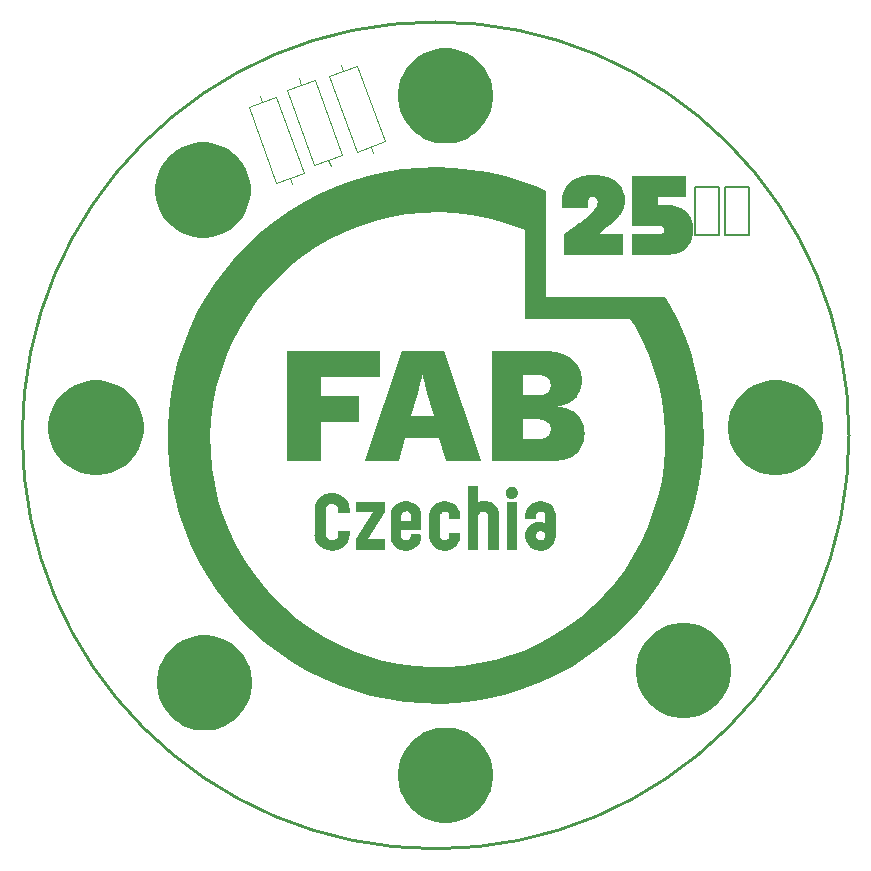
<source format=gto>
G04*
G04 #@! TF.GenerationSoftware,Altium Limited,Altium Designer,25.0.2 (28)*
G04*
G04 Layer_Color=65535*
%FSLAX25Y25*%
%MOIN*%
G70*
G04*
G04 #@! TF.SameCoordinates,12EFF0D5-E88D-419E-9C59-EC29542AE5DB*
G04*
G04*
G04 #@! TF.FilePolarity,Positive*
G04*
G01*
G75*
%ADD10C,0.00787*%
%ADD11C,0.00394*%
%ADD12C,0.00591*%
%ADD13C,0.01000*%
G36*
X144167Y266589D02*
X146176Y266051D01*
X148098Y265255D01*
X149899Y264215D01*
X151549Y262948D01*
X153020Y261477D01*
X154286Y259827D01*
X155326Y258026D01*
X156122Y256104D01*
X156661Y254095D01*
X156932Y252033D01*
X156932Y250993D01*
X156932Y249953D01*
X156661Y247891D01*
X156122Y245882D01*
X155326Y243960D01*
X154286Y242159D01*
X153020Y240508D01*
X151549Y239038D01*
X149899Y237771D01*
X148098Y236731D01*
X146176Y235935D01*
X144167Y235397D01*
X142105Y235126D01*
X141065Y235126D01*
X141065D01*
X140025Y235126D01*
X137962Y235397D01*
X135953Y235935D01*
X134032Y236731D01*
X132230Y237771D01*
X130580Y239038D01*
X129109Y240508D01*
X127843Y242159D01*
X126803Y243960D01*
X126007Y245882D01*
X125469Y247891D01*
X125197Y249953D01*
X125197Y250993D01*
X125197Y252033D01*
X125469Y254095D01*
X126007Y256104D01*
X126803Y258026D01*
X127843Y259827D01*
X129109Y261477D01*
X130580Y262948D01*
X132230Y264215D01*
X134032Y265255D01*
X135953Y266051D01*
X137962Y266589D01*
X140025Y266860D01*
X141065Y266860D01*
X142105Y266860D01*
X144167Y266589D01*
D02*
G37*
G36*
X191486Y224557D02*
X192372Y224475D01*
X193252Y224349D01*
X193688Y224265D01*
X193688Y224265D01*
X193887Y224225D01*
X194282Y224134D01*
X194673Y224031D01*
X195062Y223915D01*
X195254Y223852D01*
X195435Y223792D01*
X195793Y223658D01*
X196145Y223512D01*
X196492Y223354D01*
X196663Y223268D01*
X196825Y223186D01*
X197142Y223010D01*
X197452Y222820D01*
X197753Y222618D01*
X197900Y222511D01*
X198041Y222407D01*
X198314Y222185D01*
X198577Y221952D01*
X198828Y221706D01*
X198948Y221577D01*
X198948Y221577D01*
X199317Y221174D01*
X199928Y220266D01*
X200399Y219278D01*
X200718Y218231D01*
X200799Y217690D01*
X200832Y217483D01*
X200882Y217067D01*
X200916Y216649D01*
X200931Y216231D01*
X200931Y216021D01*
X200930Y215702D01*
X200868Y215065D01*
X200745Y214438D01*
X200563Y213825D01*
X200443Y213528D01*
X200383Y213380D01*
X200252Y213087D01*
X200110Y212800D01*
X199957Y212519D01*
X199875Y212381D01*
X199790Y212238D01*
X199612Y211959D01*
X199425Y211684D01*
X199230Y211416D01*
X199129Y211284D01*
X199023Y211147D01*
X198805Y210878D01*
X198581Y210614D01*
X198350Y210354D01*
X198232Y210227D01*
X198109Y210095D01*
X197858Y209833D01*
X197604Y209576D01*
X197345Y209323D01*
X197213Y209198D01*
X197213D01*
X197077Y209069D01*
X196801Y208813D01*
X196523Y208560D01*
X196242Y208309D01*
X196100Y208186D01*
X195954Y208058D01*
X195660Y207805D01*
X195365Y207553D01*
X195069Y207303D01*
X194920Y207178D01*
X194920Y207178D01*
X193702Y206165D01*
X192474Y205133D01*
Y204945D01*
X200257D01*
Y198021D01*
X180613D01*
X180536Y204945D01*
X183975Y207377D01*
X185569Y208531D01*
X185755Y208668D01*
X186126Y208944D01*
X186494Y209223D01*
X186861Y209504D01*
X187043Y209646D01*
X187211Y209777D01*
X187545Y210043D01*
X187876Y210312D01*
X188204Y210585D01*
X188367Y210723D01*
X188514Y210848D01*
X188805Y211104D01*
X189092Y211364D01*
X189375Y211628D01*
X189514Y211762D01*
Y211762D01*
X189637Y211883D01*
X189879Y212128D01*
X190114Y212379D01*
X190343Y212635D01*
X190456Y212766D01*
X190552Y212881D01*
X190738Y213117D01*
X190915Y213359D01*
X191083Y213608D01*
X191163Y213735D01*
X191230Y213846D01*
X191355Y214073D01*
X191466Y214307D01*
X191564Y214548D01*
X191608Y214670D01*
X191608D01*
X191643Y214779D01*
X191700Y215002D01*
X191739Y215228D01*
X191759Y215457D01*
X191763Y215572D01*
X191762Y215644D01*
X191753Y215787D01*
X191735Y215930D01*
X191706Y216070D01*
X191689Y216140D01*
X191680Y216172D01*
X191659Y216236D01*
X191637Y216298D01*
X191612Y216360D01*
X191599Y216391D01*
X191572Y216448D01*
X191512Y216560D01*
X191442Y216666D01*
X191365Y216766D01*
X191323Y216813D01*
X191232Y216903D01*
X191029Y217057D01*
X190803Y217174D01*
X190560Y217251D01*
X190435Y217274D01*
X190400Y217279D01*
X190330Y217287D01*
X190259Y217292D01*
X190189Y217295D01*
X190153Y217295D01*
Y217295D01*
X190080Y217295D01*
X189933Y217285D01*
X189788Y217265D01*
X189644Y217233D01*
X189574Y217213D01*
X189543Y217203D01*
X189482Y217181D01*
X189423Y217156D01*
X189365Y217129D01*
X189336Y217114D01*
X189231Y217052D01*
X189042Y216899D01*
X188883Y216714D01*
X188761Y216504D01*
X188716Y216391D01*
X188704Y216360D01*
X188683Y216298D01*
X188664Y216235D01*
X188648Y216172D01*
X188640Y216140D01*
X188633Y216106D01*
X188620Y216038D01*
X188609Y215970D01*
X188599Y215901D01*
X188596Y215866D01*
X188592Y215830D01*
X188586Y215756D01*
X188583Y215683D01*
X188581Y215609D01*
X188581Y215572D01*
Y215572D01*
Y215572D01*
D01*
X188581Y213479D01*
X179788D01*
Y215612D01*
X179782Y216152D01*
X179899Y217227D01*
X180143Y218280D01*
X180511Y219296D01*
X180754Y219779D01*
X181091Y220421D01*
X181978Y221570D01*
X183049Y222549D01*
X184274Y223328D01*
X184944Y223607D01*
X185131Y223688D01*
X185513Y223837D01*
X185899Y223971D01*
X186291Y224091D01*
X186488Y224143D01*
X186703Y224200D01*
X187134Y224298D01*
X187569Y224381D01*
X188006Y224450D01*
X188226Y224477D01*
Y224477D01*
X188466Y224506D01*
X188947Y224550D01*
X189429Y224579D01*
X189912Y224592D01*
X190153Y224592D01*
X190598Y224595D01*
X191486Y224557D01*
D02*
G37*
G36*
X61293Y235443D02*
X63355Y235172D01*
X65364Y234633D01*
X67286Y233837D01*
X69087Y232797D01*
X70737Y231531D01*
X71473Y230795D01*
X72208Y230060D01*
X73474Y228410D01*
X74515Y226609D01*
X75311Y224687D01*
X75849Y222678D01*
X76121Y220615D01*
X76121Y218535D01*
X75849Y216473D01*
X75311Y214464D01*
X74515Y212542D01*
X73474Y210741D01*
X72208Y209091D01*
X71473Y208355D01*
X70737Y207620D01*
X69087Y206354D01*
X67286Y205313D01*
X65364Y204517D01*
X63355Y203979D01*
X61293Y203707D01*
X59212Y203707D01*
X57150Y203979D01*
X55141Y204517D01*
X53219Y205313D01*
X51418Y206354D01*
X49768Y207620D01*
X49033Y208355D01*
X48297Y209091D01*
X47031Y210741D01*
X45991Y212542D01*
X45195Y214464D01*
X44656Y216473D01*
X44385Y218535D01*
X44385Y220615D01*
X44656Y222678D01*
X45195Y224687D01*
X45991Y226609D01*
X47031Y228410D01*
X48297Y230060D01*
X49033Y230795D01*
X49768Y231531D01*
X51418Y232797D01*
X53219Y233837D01*
X55141Y234633D01*
X57150Y235172D01*
X59212Y235443D01*
X61293Y235443D01*
D02*
G37*
G36*
X221391Y217294D02*
X212075D01*
Y214601D01*
X215104Y214601D01*
X215628Y214606D01*
X216670Y214499D01*
X217693Y214276D01*
X218685Y213940D01*
X219159Y213717D01*
X219159D01*
X219668Y213475D01*
X220605Y212851D01*
X221445Y212100D01*
X222168Y211237D01*
X222760Y210279D01*
X223210Y209246D01*
X223508Y208160D01*
X223648Y207043D01*
X223637Y206480D01*
X223640Y206114D01*
X223596Y205384D01*
X223501Y204659D01*
X223357Y203942D01*
X223260Y203589D01*
X223215Y203429D01*
X223112Y203113D01*
X222997Y202801D01*
X222869Y202494D01*
X222799Y202343D01*
X222667Y202057D01*
X222353Y201510D01*
X221992Y200993D01*
X221587Y200510D01*
X221364Y200287D01*
X221139Y200065D01*
X220651Y199661D01*
X220130Y199302D01*
X219579Y198991D01*
X219291Y198860D01*
X219138Y198790D01*
X218828Y198662D01*
X218513Y198547D01*
X218194Y198444D01*
X218032Y198400D01*
X217860Y198352D01*
X217513Y198269D01*
X217163Y198198D01*
X216811Y198141D01*
X216634Y198118D01*
Y198118D01*
X216444Y198094D01*
X216062Y198058D01*
X215679Y198034D01*
X215296Y198022D01*
X215104Y198023D01*
X203320D01*
X203280Y204944D01*
X212598D01*
X212657Y204945D01*
X212774Y204951D01*
X212890Y204963D01*
X213006Y204982D01*
X213063Y204995D01*
X213063Y204995D01*
X213089Y205001D01*
X213141Y205015D01*
X213193Y205031D01*
X213244Y205048D01*
X213269Y205058D01*
X213293Y205067D01*
X213341Y205088D01*
X213387Y205110D01*
X213433Y205134D01*
X213455Y205147D01*
X213455Y205147D01*
X213477Y205160D01*
X213519Y205187D01*
X213560Y205216D01*
X213599Y205247D01*
X213619Y205263D01*
X213675Y205315D01*
X213777Y205431D01*
X213861Y205561D01*
X213927Y205701D01*
X213952Y205774D01*
X213960Y205802D01*
X213975Y205858D01*
X213988Y205914D01*
X213998Y205972D01*
X214003Y206000D01*
X214007Y206032D01*
X214014Y206096D01*
X214018Y206159D01*
X214020Y206223D01*
X214020Y206255D01*
X214019Y206342D01*
X214000Y206514D01*
X213962Y206683D01*
X213905Y206847D01*
X213869Y206926D01*
X213787Y207068D01*
X213573Y207318D01*
X213306Y207508D01*
X213000Y207628D01*
X212839Y207660D01*
X212809Y207664D01*
X212749Y207670D01*
X212689Y207675D01*
X212629Y207677D01*
X212598Y207677D01*
X212598Y207677D01*
X203280Y207677D01*
X203354Y224218D01*
X221391D01*
Y217294D01*
D02*
G37*
G36*
X254168Y155944D02*
X256177Y155406D01*
X258099Y154610D01*
X259900Y153570D01*
X261550Y152304D01*
X263021Y150833D01*
X264287Y149183D01*
X265327Y147381D01*
X266123Y145459D01*
X266661Y143450D01*
X266933Y141388D01*
X266933Y140348D01*
Y140348D01*
X266933Y139308D01*
X266661Y137246D01*
X266123Y135237D01*
X265327Y133315D01*
X264287Y131514D01*
X263021Y129864D01*
X261550Y128393D01*
X259900Y127127D01*
X258099Y126087D01*
X256177Y125291D01*
X254168Y124752D01*
X252105Y124481D01*
X251065Y124481D01*
X251065D01*
X250025Y124481D01*
X247963Y124752D01*
X245954Y125291D01*
X244032Y126087D01*
X242231Y127127D01*
X240581Y128393D01*
X239110Y129864D01*
X237844Y131514D01*
X236804Y133315D01*
X236008Y135237D01*
X235470Y137246D01*
X235198Y139308D01*
X235198Y140348D01*
Y140348D01*
X235198Y141388D01*
X235470Y143450D01*
X236008Y145459D01*
X236804Y147381D01*
X237844Y149182D01*
X239110Y150833D01*
X240581Y152304D01*
X242231Y153570D01*
X244032Y154610D01*
X245954Y155406D01*
X247963Y155944D01*
X250025Y156216D01*
X251065Y156216D01*
X252105Y156216D01*
X254168Y155944D01*
D02*
G37*
G36*
X27702D02*
X29711Y155406D01*
X31633Y154610D01*
X33434Y153570D01*
X35085Y152304D01*
X36555Y150833D01*
X37821Y149183D01*
X38862Y147381D01*
X39658Y145459D01*
X40196Y143450D01*
X40467Y141388D01*
X40467Y140348D01*
Y140348D01*
X40467Y139308D01*
X40196Y137246D01*
X39658Y135237D01*
X38862Y133315D01*
X37821Y131514D01*
X36555Y129864D01*
X35085Y128393D01*
X33434Y127127D01*
X31633Y126087D01*
X29711Y125291D01*
X27702Y124752D01*
X25640Y124481D01*
X24600Y124481D01*
X24600D01*
X23560Y124481D01*
X21498Y124752D01*
X19489Y125291D01*
X17567Y126087D01*
X15766Y127127D01*
X14115Y128393D01*
X12644Y129864D01*
X11378Y131514D01*
X10338Y133315D01*
X9542Y135237D01*
X9004Y137246D01*
X8733Y139308D01*
X8733Y140348D01*
Y140348D01*
X8733Y141388D01*
X9004Y143450D01*
X9542Y145459D01*
X10338Y147381D01*
X11378Y149182D01*
X12644Y150833D01*
X14115Y152304D01*
X15766Y153570D01*
X17567Y154610D01*
X19489Y155406D01*
X21498Y155944D01*
X23560Y156216D01*
X24600Y156216D01*
X25640Y156216D01*
X27702Y155944D01*
D02*
G37*
G36*
X143838Y226980D02*
X149574Y226405D01*
X155261Y225462D01*
X160875Y224154D01*
X166393Y222487D01*
X171792Y220468D01*
X174421Y219286D01*
X174421Y183810D01*
X214379D01*
X215864Y181339D01*
X218508Y176217D01*
X220816Y170935D01*
X222780Y165515D01*
X224390Y159980D01*
X225640Y154353D01*
X226524Y148657D01*
X227040Y142915D01*
X227184Y137153D01*
X226957Y131393D01*
X226359Y125660D01*
X225393Y119977D01*
X224062Y114368D01*
X222373Y108856D01*
X220332Y103465D01*
X217948Y98217D01*
X215230Y93134D01*
X212191Y88236D01*
X208842Y83544D01*
X205198Y79078D01*
X201273Y74856D01*
X197084Y70895D01*
X192649Y67213D01*
X187986Y63824D01*
X183114Y60743D01*
X178053Y57983D01*
X172826Y55554D01*
X167452Y53467D01*
X161955Y51731D01*
X156358Y50353D01*
X150684Y49339D01*
X144956Y48692D01*
X139198Y48416D01*
X133434Y48512D01*
X127689Y48978D01*
X121985Y49815D01*
X116348Y51017D01*
X110799Y52580D01*
X105363Y54497D01*
X100061Y56761D01*
X94917Y59361D01*
X89951Y62288D01*
X85184Y65529D01*
X80635Y69070D01*
X76325Y72898D01*
X72270Y76995D01*
X68487Y81344D01*
X64993Y85929D01*
X61801Y90729D01*
X58926Y95725D01*
X56379Y100896D01*
X54170Y106221D01*
X52308Y111677D01*
X50803Y117241D01*
X49659Y122891D01*
X48882Y128602D01*
X48474Y134352D01*
X48438Y140117D01*
X48773Y145871D01*
X49479Y151593D01*
X50552Y157256D01*
X51988Y162839D01*
X53780Y168318D01*
X55922Y173669D01*
X58405Y178872D01*
X61217Y183903D01*
X64349Y188743D01*
X67785Y193371D01*
X71513Y197768D01*
X75516Y201916D01*
X79778Y205797D01*
X84282Y209395D01*
X89008Y212695D01*
X93937Y215684D01*
X99049Y218349D01*
X104321Y220679D01*
X109733Y222664D01*
X115261Y224297D01*
X120884Y225569D01*
X126576Y226477D01*
X132315Y227016D01*
X138077Y227184D01*
X143838Y226980D01*
D02*
G37*
G36*
X223491Y75037D02*
X225500Y74498D01*
X227421Y73702D01*
X229223Y72662D01*
X230873Y71395D01*
X231608Y70660D01*
X232344Y69925D01*
X233610Y68275D01*
X234650Y66473D01*
X235446Y64552D01*
X235985Y62542D01*
X236256Y60480D01*
X236256Y58400D01*
X235985Y56338D01*
X235446Y54329D01*
X234650Y52407D01*
X233610Y50606D01*
X232344Y48956D01*
X231608Y48220D01*
X231608D01*
X230873Y47485D01*
X229223Y46218D01*
X227421Y45178D01*
X225500Y44382D01*
X223490Y43844D01*
X221428Y43572D01*
X219348Y43572D01*
X217286Y43844D01*
X215277Y44382D01*
X213355Y45178D01*
X211554Y46218D01*
X209904Y47485D01*
X209168Y48220D01*
X208433Y48956D01*
X207166Y50606D01*
X206126Y52407D01*
X205330Y54329D01*
X204792Y56338D01*
X204520Y58400D01*
X204520Y60480D01*
X204792Y62542D01*
X205330Y64552D01*
X206126Y66473D01*
X207166Y68275D01*
X208433Y69925D01*
X209168Y70660D01*
X209904Y71395D01*
X211554Y72662D01*
X213355Y73702D01*
X215277Y74498D01*
X217286Y75037D01*
X219348Y75308D01*
X221428D01*
X223491Y75037D01*
D02*
G37*
G36*
X144167Y40123D02*
X146176Y39585D01*
X148098Y38789D01*
X149899Y37749D01*
X151549Y36483D01*
X153020Y35012D01*
X154286Y33362D01*
X155326Y31561D01*
X156122Y29639D01*
X156661Y27630D01*
X156932Y25567D01*
X156932Y24527D01*
X156932Y23487D01*
X156661Y21425D01*
X156122Y19416D01*
X155326Y17494D01*
X154286Y15693D01*
X153020Y14043D01*
X151549Y12572D01*
X149899Y11306D01*
X148098Y10266D01*
X146176Y9470D01*
X144167Y8932D01*
X142105Y8660D01*
X141065Y8660D01*
X141065D01*
X140025Y8660D01*
X137962Y8932D01*
X135953Y9470D01*
X134032Y10266D01*
X132230Y11306D01*
X130580Y12572D01*
X129109Y14043D01*
X127843Y15693D01*
X126803Y17494D01*
X126007Y19416D01*
X125469Y21425D01*
X125197Y23487D01*
X125197Y24527D01*
X125197Y25567D01*
X125469Y27630D01*
X126007Y29639D01*
X126803Y31561D01*
X127843Y33362D01*
X129109Y35012D01*
X130580Y36483D01*
X132230Y37749D01*
X134032Y38789D01*
X135953Y39585D01*
X137962Y40123D01*
X140025Y40395D01*
X141065Y40395D01*
X142105Y40395D01*
X144167Y40123D01*
D02*
G37*
G36*
X63811Y70921D02*
X65820Y70382D01*
X67742Y69586D01*
X69543Y68546D01*
X71193Y67280D01*
X71928Y66544D01*
X72664Y65809D01*
X73930Y64159D01*
X74970Y62358D01*
X75766Y60436D01*
X76305Y58427D01*
X76576Y56365D01*
X76576Y54284D01*
X76305Y52222D01*
X75766Y50213D01*
X74970Y48291D01*
X73930Y46490D01*
X72664Y44840D01*
X71928Y44104D01*
X71193Y43369D01*
X69543Y42103D01*
X67742Y41063D01*
X65820Y40266D01*
X63811Y39728D01*
X61748Y39456D01*
X59668Y39456D01*
X57606Y39728D01*
X55597Y40266D01*
X53675Y41063D01*
X51874Y42103D01*
X50224Y43369D01*
X49488Y44104D01*
X48753Y44840D01*
X47487Y46490D01*
X46446Y48291D01*
X45650Y50213D01*
X45112Y52222D01*
X44840Y54284D01*
X44840Y56365D01*
X45112Y58427D01*
X45650Y60436D01*
X46446Y62358D01*
X47487Y64159D01*
X48753Y65809D01*
X49488Y66544D01*
X50224Y67280D01*
X51874Y68546D01*
X53675Y69586D01*
X55597Y70382D01*
X57606Y70921D01*
X59668Y71192D01*
X61748Y71193D01*
X63811Y70921D01*
D02*
G37*
%LPC*%
G36*
X125197Y250993D02*
Y250993D01*
D01*
Y250993D01*
D02*
G37*
G36*
X138783Y212170D02*
X133418Y211997D01*
X128078Y211445D01*
X122790Y210517D01*
X117581Y209216D01*
X112478Y207551D01*
X107505Y205529D01*
X102687Y203159D01*
X98049Y200455D01*
X93615Y197430D01*
X89405Y194098D01*
X85442Y190477D01*
X81745Y186584D01*
X78332Y182440D01*
X75222Y178065D01*
X72428Y173480D01*
X69966Y168709D01*
X67848Y163776D01*
X66084Y158706D01*
X64684Y153523D01*
X63653Y148255D01*
X62998Y142926D01*
X62721Y137565D01*
X62825Y132197D01*
X63308Y126851D01*
X64168Y121552D01*
X65401Y116326D01*
X67001Y111202D01*
X68959Y106203D01*
X71266Y101356D01*
X73910Y96683D01*
X76878Y92210D01*
X80155Y87958D01*
X83725Y83948D01*
X87569Y80201D01*
X91669Y76736D01*
X96004Y73569D01*
X100552Y70717D01*
X105291Y68193D01*
X110196Y66012D01*
X115244Y64183D01*
X120408Y62715D01*
X125663Y61617D01*
X130982Y60893D01*
X136339Y60547D01*
X141708Y60582D01*
X147060Y60996D01*
X152370Y61788D01*
X157611Y62953D01*
X162756Y64486D01*
X167779Y66380D01*
X172656Y68624D01*
X177362Y71208D01*
X181873Y74118D01*
X186167Y77340D01*
X190223Y80858D01*
X194019Y84654D01*
X197537Y88709D01*
X200760Y93002D01*
X203670Y97514D01*
X206254Y102219D01*
X208499Y107096D01*
X210393Y112119D01*
X211927Y117264D01*
X213093Y122504D01*
X213885Y127814D01*
X214300Y133166D01*
X214335Y138535D01*
X213990Y143892D01*
X213266Y149212D01*
X212169Y154467D01*
X210702Y159631D01*
X208873Y164679D01*
X206692Y169584D01*
X204169Y174323D01*
X202743Y176597D01*
X167539D01*
X167539Y206354D01*
X165059Y207382D01*
X159966Y209080D01*
X154766Y210414D01*
X149484Y211376D01*
X144148Y211963D01*
X138783Y212170D01*
D02*
G37*
%LPD*%
G36*
X172744Y165996D02*
X172744Y165996D01*
X173331Y165989D01*
X173723Y165980D01*
X174376Y165952D01*
X175028Y165912D01*
X175353Y165885D01*
X175647Y165861D01*
X176233Y165798D01*
X176817Y165721D01*
X177399Y165629D01*
X177689Y165576D01*
X177950Y165529D01*
X178469Y165418D01*
X178984Y165291D01*
X179496Y165149D01*
X179749Y165070D01*
X179979Y164999D01*
X180432Y164839D01*
X180879Y164663D01*
X181319Y164470D01*
X181535Y164366D01*
X181733Y164270D01*
X182121Y164061D01*
X182500Y163836D01*
X182868Y163593D01*
X183046Y163464D01*
X183379Y163225D01*
X183992Y162682D01*
X184546Y162078D01*
X185035Y161420D01*
X185244Y161068D01*
Y161068D01*
X185349Y160890D01*
X185539Y160525D01*
X185712Y160150D01*
X185738Y160083D01*
X185931Y159573D01*
X185931D01*
X186095Y159050D01*
X186286Y158255D01*
X186424Y157354D01*
X186487Y156445D01*
X186481Y155990D01*
X186481Y155906D01*
X186478Y155739D01*
X186473Y155573D01*
X186466Y155406D01*
X186460Y155323D01*
X186451Y155163D01*
X186421Y154845D01*
X186380Y154528D01*
X186328Y154213D01*
X186297Y154056D01*
X186198Y153539D01*
X185860Y152541D01*
X185390Y151598D01*
X184797Y150728D01*
X184443Y150337D01*
X184289Y150165D01*
X183959Y149842D01*
X183609Y149540D01*
X183242Y149260D01*
X183050Y149132D01*
X182916Y149043D01*
X182641Y148874D01*
X182361Y148715D01*
X182074Y148568D01*
X181928Y148499D01*
X181852Y148463D01*
X181699Y148394D01*
X181544Y148328D01*
X181388Y148264D01*
X181310Y148234D01*
Y148234D01*
X181229Y148202D01*
X181065Y148142D01*
X180901Y148084D01*
X180736Y148029D01*
X180567Y147975D01*
X180484Y147950D01*
X179956Y147804D01*
X179956Y147804D01*
X179952Y147803D01*
Y147803D01*
X179426Y147681D01*
X179397Y147675D01*
X179020Y147602D01*
X178642Y147538D01*
X178452Y147512D01*
X178452Y147454D01*
X178453Y147453D01*
X178992Y147378D01*
X178997Y147377D01*
X179214Y147342D01*
X179427Y147305D01*
X179430Y147305D01*
X179962Y147199D01*
Y147199D01*
X179967Y147198D01*
X179967Y147198D01*
X180500Y147074D01*
X180640Y147038D01*
X180835Y146985D01*
X180932Y146958D01*
X181026Y146931D01*
X181211Y146875D01*
X181396Y146816D01*
X181580Y146754D01*
X181759Y146691D01*
X181934Y146626D01*
X182108Y146558D01*
X182281Y146488D01*
X182366Y146451D01*
X182529Y146382D01*
X182850Y146232D01*
X183147Y146079D01*
X183624Y145805D01*
X184089Y145501D01*
X184246Y145392D01*
X184636Y145083D01*
X185006Y144750D01*
X185181Y144573D01*
X185458Y144291D01*
X185951Y143672D01*
X186378Y143006D01*
X186734Y142299D01*
X186875Y141929D01*
X186933Y141778D01*
X187035Y141472D01*
X187126Y141162D01*
X187204Y140848D01*
X187237Y140690D01*
X187289Y140437D01*
X187366Y139926D01*
X187417Y139412D01*
X187441Y138896D01*
X187440Y138637D01*
X187440Y138517D01*
X187436Y138277D01*
X187428Y138038D01*
X187415Y137798D01*
X187398Y137564D01*
X187377Y137335D01*
X187352Y137108D01*
X187322Y136880D01*
X187288Y136658D01*
X187250Y136441D01*
X187208Y136225D01*
X187161Y136010D01*
X187135Y135904D01*
X186975Y135201D01*
X186411Y133876D01*
X185621Y132672D01*
X184628Y131628D01*
X184047Y131203D01*
X183961Y131140D01*
X183787Y131019D01*
X183609Y130903D01*
X183428Y130792D01*
X183335Y130739D01*
X183241Y130685D01*
X183049Y130583D01*
X182854Y130485D01*
X182657Y130393D01*
X182557Y130349D01*
X182454Y130304D01*
X182245Y130219D01*
X182033Y130138D01*
X181820Y130063D01*
X181713Y130027D01*
X181600Y129990D01*
X181374Y129921D01*
X181146Y129856D01*
X180916Y129796D01*
X180801Y129768D01*
X180680Y129738D01*
X180436Y129683D01*
X180192Y129632D01*
X179946Y129585D01*
X179693Y129541D01*
X179432Y129499D01*
X179171Y129461D01*
X178909Y129426D01*
X178778Y129411D01*
X178639Y129394D01*
X178362Y129364D01*
X178084Y129336D01*
X177805Y129312D01*
X177666Y129301D01*
X177519Y129290D01*
X177225Y129270D01*
X176930Y129252D01*
X176635Y129237D01*
X176488Y129231D01*
X176168Y129218D01*
X175529Y129198D01*
X174890Y129186D01*
X174250Y129181D01*
X173930Y129181D01*
X156702D01*
Y165996D01*
X172744Y165996D01*
X172744Y165996D01*
D02*
G37*
G36*
X152864Y129662D02*
X152521Y129181D01*
X141160D01*
X139070Y136925D01*
X127708D01*
X125560Y129181D01*
X114539D01*
X114196Y129662D01*
X126577Y165996D01*
X140428D01*
X152864Y129662D01*
D02*
G37*
G36*
X119313Y157345D02*
X99653D01*
Y150846D01*
X112238D01*
Y142199D01*
X99653D01*
Y129180D01*
X88173D01*
Y165994D01*
X119313D01*
Y157345D01*
D02*
G37*
G36*
X104332Y118498D02*
X105030Y118345D01*
X105706Y118116D01*
X106030Y117964D01*
X106384Y117791D01*
X107036Y117348D01*
X107618Y116815D01*
X108118Y116205D01*
X108524Y115529D01*
X108830Y114802D01*
X109028Y114039D01*
X109115Y113255D01*
X109102Y112861D01*
X109102D01*
Y111901D01*
X105370D01*
X105370Y112861D01*
X105368Y112989D01*
X105341Y113243D01*
X105285Y113493D01*
X105200Y113734D01*
X105147Y113851D01*
X105024Y114059D01*
X104707Y114424D01*
X104311Y114700D01*
X103859Y114872D01*
X103621Y114916D01*
X103577Y114921D01*
X103488Y114931D01*
X103398Y114937D01*
X103309Y114940D01*
X103264Y114941D01*
X103136Y114938D01*
X102880Y114912D01*
X102629Y114857D01*
X102386Y114775D01*
X102268Y114723D01*
X102058Y114605D01*
X101688Y114295D01*
X101406Y113903D01*
X101229Y113454D01*
X101184Y113217D01*
X101178Y113173D01*
X101168Y113084D01*
X101161Y112995D01*
X101158Y112905D01*
X101158Y112861D01*
Y112861D01*
X101158Y105078D01*
X101160Y104950D01*
X101187Y104695D01*
X101243Y104446D01*
X101328Y104204D01*
X101381Y104088D01*
Y104088D01*
X101504Y103879D01*
X101821Y103515D01*
X102217Y103238D01*
X102669Y103066D01*
X102907Y103023D01*
X102951Y103017D01*
X103041Y103008D01*
X103130Y103001D01*
X103219Y102998D01*
X103264Y102998D01*
X103393Y103000D01*
X103648Y103026D01*
X103899Y103081D01*
X104142Y103164D01*
X104260Y103215D01*
X104470Y103334D01*
X104840Y103644D01*
X105122Y104035D01*
X105299Y104484D01*
X105344Y104721D01*
X105350Y104766D01*
X105360Y104855D01*
X105367Y104944D01*
X105370Y105033D01*
X105370Y105078D01*
X105370Y105078D01*
Y106037D01*
X109102D01*
X109102Y105078D01*
X109106Y104728D01*
X109031Y104032D01*
X108875Y103349D01*
X108641Y102690D01*
X108486Y102376D01*
Y102376D01*
X108235Y101882D01*
X107544Y101019D01*
X106691Y100314D01*
X105713Y99798D01*
X105181Y99645D01*
X104948Y99576D01*
X104473Y99473D01*
X103992Y99404D01*
X103507Y99371D01*
X103264Y99372D01*
X102907Y99368D01*
X102196Y99441D01*
X101498Y99593D01*
X100822Y99822D01*
X100498Y99975D01*
X100144Y100147D01*
X99492Y100591D01*
X98910Y101123D01*
X98410Y101734D01*
X98004Y102409D01*
X97698Y103136D01*
X97500Y103900D01*
X97413Y104684D01*
X97426Y105078D01*
X97426Y105078D01*
X97426Y112861D01*
X97422Y113211D01*
X97497Y113907D01*
X97653Y114589D01*
X97887Y115249D01*
X98042Y115563D01*
X98293Y116056D01*
X98984Y116920D01*
X99837Y117624D01*
X100815Y118140D01*
X101347Y118293D01*
X101580Y118362D01*
X102055Y118466D01*
X102536Y118535D01*
X103021Y118568D01*
X103264Y118567D01*
Y118567D01*
X103621Y118570D01*
X104332Y118498D01*
D02*
G37*
G36*
X163208Y120643D02*
X163330Y120644D01*
X163571Y120618D01*
X163808Y120564D01*
X164037Y120482D01*
X164146Y120429D01*
X164391Y120304D01*
X164793Y119927D01*
X165074Y119454D01*
X165213Y118921D01*
X165206Y118646D01*
X165207Y118524D01*
X165181Y118283D01*
X165126Y118046D01*
X165045Y117817D01*
X164991Y117708D01*
X164866Y117463D01*
X164490Y117061D01*
X164016Y116779D01*
X163483Y116640D01*
X163208Y116648D01*
X163087Y116647D01*
X162846Y116673D01*
X162609Y116727D01*
X162381Y116809D01*
X162272Y116862D01*
X162272D01*
X162027Y116987D01*
X161624Y117364D01*
X161343Y117837D01*
X161203Y118370D01*
X161210Y118646D01*
X161209Y118767D01*
X161236Y119009D01*
X161290Y119245D01*
X161372Y119474D01*
X161425Y119583D01*
X161551Y119828D01*
X161927Y120230D01*
X162400Y120511D01*
X162933Y120650D01*
X163208Y120643D01*
D02*
G37*
G36*
X140822Y115899D02*
X141328Y115905D01*
X142323Y115722D01*
X143264Y115350D01*
X144116Y114803D01*
X144481Y114453D01*
X144837Y114105D01*
X145395Y113281D01*
X145778Y112362D01*
X145969Y111386D01*
X145965Y110888D01*
X145965D01*
Y109929D01*
X142392D01*
X142392Y110888D01*
X142363Y111194D01*
X142130Y111757D01*
X141695Y112186D01*
X141128Y112410D01*
X140822Y112434D01*
X140699Y112431D01*
X140455Y112394D01*
X140221Y112321D01*
X140000Y112211D01*
X139897Y112144D01*
X139758Y112027D01*
X139524Y111749D01*
X139363Y111424D01*
X139284Y111070D01*
X139276Y110888D01*
Y110888D01*
X139276Y104358D01*
X139304Y104057D01*
X139533Y103502D01*
X139962Y103081D01*
X140521Y102861D01*
X140822Y102838D01*
X141004Y102847D01*
X141361Y102926D01*
X141689Y103085D01*
X141972Y103316D01*
X142092Y103454D01*
X142092Y103454D01*
X142161Y103554D01*
X142273Y103768D01*
X142349Y103998D01*
X142387Y104237D01*
X142392Y104358D01*
X142392D01*
X142392Y105317D01*
X145965D01*
X145965Y104358D01*
X145965Y103857D01*
X145766Y102874D01*
X145376Y101951D01*
X144810Y101124D01*
X144090Y100427D01*
X143246Y99886D01*
X142311Y99525D01*
X141323Y99357D01*
X140822Y99374D01*
X140415Y99369D01*
X139609Y99486D01*
X138831Y99726D01*
X138098Y100082D01*
X137764Y100314D01*
X137280Y100657D01*
X136504Y101554D01*
X135966Y102610D01*
X135696Y103765D01*
X135703Y104358D01*
Y104358D01*
X135703Y110888D01*
X135699Y111390D01*
X135893Y112373D01*
X136278Y113299D01*
X136841Y114129D01*
X137557Y114830D01*
X138399Y115375D01*
X139333Y115741D01*
X140321Y115913D01*
X140822Y115899D01*
D02*
G37*
G36*
X172779Y115900D02*
X173285Y115906D01*
X174281Y115723D01*
X175223Y115351D01*
X176018Y114840D01*
X176440Y114454D01*
X176440Y114454D01*
X176440Y114454D01*
X176846Y114031D01*
X177353Y113282D01*
X177735Y112363D01*
X177909Y111474D01*
X177922Y110889D01*
X177922Y110889D01*
X177922Y110889D01*
X177922Y104359D01*
X177923Y103857D01*
X177725Y102875D01*
X177334Y101951D01*
X176768Y101124D01*
X176048Y100426D01*
X175204Y99885D01*
X174269Y99524D01*
X173280Y99356D01*
X172779Y99372D01*
X172372Y99368D01*
X171566Y99485D01*
X170788Y99724D01*
X170189Y100016D01*
X169721Y100313D01*
Y100313D01*
X169721Y100313D01*
X169237Y100656D01*
X168462Y101554D01*
X167923Y102611D01*
X167653Y103766D01*
X167660Y104359D01*
X167656Y104648D01*
X167720Y105224D01*
X167853Y105788D01*
X168055Y106331D01*
X168188Y106589D01*
X168188D01*
X168395Y106974D01*
X168956Y107647D01*
X169640Y108194D01*
X170419Y108594D01*
X170840Y108712D01*
X171014Y108763D01*
X171369Y108839D01*
X171729Y108890D01*
X172090Y108915D01*
X172272Y108915D01*
X172346Y108915D01*
X172495Y108911D01*
X172643Y108903D01*
X172792Y108893D01*
X172866Y108886D01*
X172974Y108875D01*
X173190Y108848D01*
X173405Y108814D01*
X173618Y108773D01*
X173725Y108749D01*
X173761Y108741D01*
X173779Y108737D01*
X173781Y108737D01*
X173885Y108711D01*
X174351Y108569D01*
X174352Y108569D01*
X174352Y108569D01*
X174352Y109186D01*
X174352Y110889D01*
X174323Y111195D01*
X174088Y111758D01*
X173653Y112187D01*
X173085Y112411D01*
X172779Y112435D01*
X172656Y112431D01*
X172413Y112395D01*
X172178Y112321D01*
X171958Y112212D01*
X171855Y112144D01*
X171715Y112028D01*
X171482Y111750D01*
X171320Y111425D01*
X171241Y111071D01*
X171233Y110889D01*
Y109930D01*
X167660D01*
X167660Y110889D01*
X167657Y111390D01*
X167850Y112374D01*
X168236Y113300D01*
X168798Y114130D01*
X169515Y114831D01*
X170357Y115376D01*
X171290Y115741D01*
X172278Y115914D01*
X172779Y115900D01*
D02*
G37*
G36*
X164995Y99641D02*
X161422D01*
Y115635D01*
X164995D01*
Y99641D01*
D02*
G37*
G36*
X120908Y112167D02*
X115125Y103105D01*
X120908D01*
Y99641D01*
X111100D01*
Y103105D01*
X116885Y112167D01*
X111100D01*
Y115635D01*
X120908D01*
Y112167D01*
D02*
G37*
G36*
X152068Y115578D02*
X152068Y115578D01*
X152110Y115595D01*
X152195Y115626D01*
X152281Y115655D01*
X152367Y115682D01*
X152411Y115694D01*
X152434Y115700D01*
X152481Y115713D01*
X152527Y115725D01*
X152574Y115736D01*
X152597Y115742D01*
X152621Y115747D01*
X152670Y115758D01*
X152718Y115769D01*
X152767Y115779D01*
X152791Y115783D01*
X152841Y115793D01*
X152942Y115811D01*
X153042Y115827D01*
X153144Y115841D01*
X153194Y115847D01*
X153296Y115860D01*
X153500Y115879D01*
X153705Y115892D01*
X153910Y115898D01*
X154013Y115898D01*
Y115898D01*
X154300Y115901D01*
X154871Y115842D01*
X155433Y115721D01*
X155977Y115538D01*
X156238Y115417D01*
X156819Y115140D01*
X157776Y114277D01*
X158447Y113178D01*
X158776Y111933D01*
X158757Y111289D01*
X158757Y99640D01*
X155189D01*
X155189Y110887D01*
X155189Y110887D01*
X155160Y111193D01*
X154925Y111758D01*
X154489Y112186D01*
X153920Y112410D01*
X153614Y112433D01*
X153491Y112430D01*
X153247Y112394D01*
X153013Y112320D01*
X152792Y112211D01*
X152689Y112143D01*
X152689Y112143D01*
X152549Y112027D01*
X152316Y111749D01*
X152155Y111424D01*
X152075Y111069D01*
X152068Y110887D01*
Y99640D01*
X148495D01*
Y120964D01*
X152068D01*
X152068Y115578D01*
D02*
G37*
G36*
X127892Y115900D02*
Y115900D01*
X128479Y115891D01*
X129395Y115723D01*
X130337Y115351D01*
X131190Y114804D01*
X131555Y114454D01*
X131911Y114106D01*
X132469Y113282D01*
X132851Y112363D01*
X133042Y111387D01*
X133038Y110889D01*
X133038D01*
Y106172D01*
X126346D01*
Y104359D01*
X126374Y104058D01*
X126604Y103503D01*
X127032Y103082D01*
X127591Y102862D01*
X127892Y102839D01*
X128075Y102848D01*
X128433Y102927D01*
X128762Y103086D01*
X129046Y103317D01*
X129166Y103455D01*
X129235Y103555D01*
X129348Y103769D01*
X129425Y103999D01*
X129463Y104238D01*
X129467Y104359D01*
X129467Y104359D01*
Y105051D01*
X132620D01*
X133038Y104634D01*
X133038Y104359D01*
X133038Y103857D01*
X132840Y102874D01*
X132449Y101951D01*
X131883Y101123D01*
X131163Y100425D01*
X130318Y99885D01*
X129382Y99523D01*
X128393Y99356D01*
X127892Y99372D01*
X127485Y99368D01*
X126680Y99485D01*
X125902Y99725D01*
X125171Y100081D01*
X124837Y100314D01*
X124353Y100657D01*
X123577Y101554D01*
X123039Y102611D01*
X122769Y103766D01*
X122776Y104359D01*
X122776Y104359D01*
X122776Y110889D01*
X122772Y111390D01*
X122966Y112374D01*
X123351Y113299D01*
X123913Y114129D01*
X124629Y114831D01*
X125471Y115375D01*
X126404Y115741D01*
X127315Y115900D01*
X127892Y115900D01*
D02*
G37*
%LPC*%
G36*
X171934Y157858D02*
X171737Y157856D01*
X171737Y157856D01*
X171737Y157856D01*
X166832D01*
Y151185D01*
X171737D01*
X171840Y151185D01*
X172047Y151189D01*
X172254Y151197D01*
X172461Y151210D01*
X172564Y151219D01*
X172657Y151226D01*
X172843Y151247D01*
X173028Y151272D01*
X173213Y151301D01*
X173305Y151319D01*
X173388Y151334D01*
X173552Y151371D01*
X173716Y151413D01*
X173878Y151460D01*
X173958Y151486D01*
X174031Y151509D01*
X174174Y151562D01*
X174316Y151621D01*
X174455Y151684D01*
X174523Y151719D01*
X174708Y151809D01*
X175045Y152041D01*
X175344Y152321D01*
X175597Y152642D01*
X175698Y152820D01*
X175731Y152880D01*
X175792Y153002D01*
X175846Y153127D01*
X175894Y153255D01*
X175916Y153320D01*
X175961Y153466D01*
X176028Y153763D01*
X176072Y154064D01*
X176092Y154368D01*
X176089Y154520D01*
X176090Y154600D01*
X176084Y154759D01*
X176074Y154917D01*
X176057Y155075D01*
X176036Y155226D01*
X176009Y155369D01*
X175977Y155511D01*
X175938Y155651D01*
X175916Y155721D01*
X175875Y155849D01*
X175768Y156097D01*
X175636Y156332D01*
X175482Y156553D01*
X175394Y156655D01*
X175349Y156705D01*
X175256Y156802D01*
X175158Y156894D01*
X175056Y156981D01*
X175002Y157022D01*
X174946Y157064D01*
X174830Y157145D01*
X174710Y157220D01*
X174587Y157290D01*
X174523Y157322D01*
X174455Y157356D01*
X174316Y157420D01*
X174174Y157479D01*
X174031Y157532D01*
X173958Y157555D01*
Y157555D01*
X173878Y157581D01*
X173716Y157628D01*
X173552Y157670D01*
X173388Y157707D01*
X173305Y157722D01*
X173111Y157757D01*
X172720Y157809D01*
X172327Y157843D01*
X172322Y157843D01*
X171934Y157858D01*
D02*
G37*
G36*
X171477Y143216D02*
X171274Y143215D01*
X171274D01*
X171274Y143215D01*
X171274Y143215D01*
X166832D01*
Y136489D01*
X171274D01*
X171379Y136488D01*
X171590Y136493D01*
X171800Y136501D01*
X172009Y136514D01*
X172114Y136523D01*
X172212Y136531D01*
X172406Y136551D01*
X172600Y136577D01*
X172793Y136607D01*
X172889Y136624D01*
X172978Y136641D01*
X173156Y136678D01*
X173332Y136720D01*
X173507Y136768D01*
X173594Y136794D01*
Y136794D01*
X173674Y136818D01*
X173834Y136872D01*
X173991Y136932D01*
X174146Y136996D01*
X174223Y137031D01*
X174294Y137064D01*
X174434Y137135D01*
X174571Y137211D01*
X174705Y137293D01*
X174770Y137337D01*
X174953Y137455D01*
X175280Y137746D01*
X175559Y138082D01*
X175784Y138457D01*
X175867Y138659D01*
X175924Y138804D01*
X176009Y139105D01*
X176065Y139412D01*
X176091Y139723D01*
X176089Y139879D01*
X176099Y140176D01*
X175996Y140761D01*
X175774Y141313D01*
X175443Y141806D01*
X175230Y142014D01*
X175177Y142065D01*
X175066Y142162D01*
X174951Y142253D01*
X174831Y142340D01*
X174770Y142380D01*
X174706Y142422D01*
X174705Y142423D01*
X174705Y142423D01*
X174571Y142504D01*
X174571Y142504D01*
X174434Y142579D01*
X174433Y142579D01*
X174294Y142649D01*
X174223Y142681D01*
Y142681D01*
X174146Y142715D01*
X173992Y142779D01*
X173991Y142779D01*
X173834Y142837D01*
X173834Y142837D01*
X173674Y142890D01*
X173594Y142914D01*
X173507Y142940D01*
X173332Y142987D01*
X173156Y143028D01*
X172978Y143065D01*
X172889Y143081D01*
X172689Y143116D01*
X172287Y143167D01*
X171882Y143200D01*
X171820Y143203D01*
X171477Y143216D01*
D02*
G37*
G36*
X133472Y157895D02*
X133361D01*
X133115Y156919D01*
X133115D01*
X133115Y156919D01*
X133115D01*
X132981Y156385D01*
X131836Y151846D01*
X129743Y144385D01*
X137093D01*
X135055Y151790D01*
X133863Y156388D01*
X133725Y156922D01*
X133725Y156922D01*
X133725Y156922D01*
X133725D01*
X133472Y157895D01*
D02*
G37*
G36*
X173091Y105912D02*
X172779Y105905D01*
X172656Y105906D01*
X172412Y105870D01*
X172176Y105796D01*
X171955Y105686D01*
X171855Y105614D01*
X171708Y105506D01*
X171473Y105226D01*
X171310Y104898D01*
X171230Y104541D01*
X171233Y104359D01*
X171231Y104052D01*
X171465Y103486D01*
X171903Y103056D01*
X172473Y102831D01*
X172779Y102839D01*
X172963Y102837D01*
X173322Y102917D01*
X173653Y103077D01*
X173939Y103309D01*
X174051Y103455D01*
X174124Y103552D01*
X174237Y103767D01*
X174314Y103997D01*
X174352Y104237D01*
X174352Y104359D01*
X174352Y104359D01*
X174354Y104670D01*
X174254Y104909D01*
X174114Y105245D01*
X173670Y105682D01*
X173091Y105912D01*
D02*
G37*
G36*
X128204Y112443D02*
X127892Y112435D01*
X127769Y112436D01*
X127525Y112400D01*
X127289Y112326D01*
X127068Y112216D01*
X126968Y112144D01*
X126821Y112036D01*
X126585Y111756D01*
X126423Y111429D01*
X126343Y111072D01*
X126346Y110889D01*
Y109103D01*
X129467D01*
X129467Y110889D01*
X129469Y111201D01*
X129229Y111777D01*
X128784Y112214D01*
X128204Y112443D01*
D02*
G37*
G36*
X125197Y24527D02*
D01*
Y24527D01*
Y24527D01*
D02*
G37*
%LPD*%
D10*
X260907Y140348D02*
G03*
X260907Y140348I-9843J0D01*
G01*
X241297Y133707D02*
G03*
X241297Y146990I9767J6641D01*
G01*
X230229Y59440D02*
G03*
X230229Y59440I-9843J0D01*
G01*
X208784Y61650D02*
G03*
X218176Y71043I11602J-2210D01*
G01*
X150906Y24527D02*
G03*
X150906Y24527I-9843J0D01*
G01*
X134422Y34294D02*
G03*
X147704Y34294I6641J-9767D01*
G01*
X70549Y55325D02*
G03*
X70549Y55325I-9843J0D01*
G01*
X62917Y66927D02*
G03*
X72309Y57534I-2210J-11602D01*
G01*
X34441Y140348D02*
G03*
X34441Y140348I-9843J0D01*
G01*
X34366Y146990D02*
G03*
X34366Y133707I-9767J-6641D01*
G01*
X70093Y219575D02*
G03*
X70093Y219575I-9843J0D01*
G01*
X71853Y217365D02*
G03*
X62461Y207973I-11602J2210D01*
G01*
X150906Y250993D02*
G03*
X150906Y250993I-9843J0D01*
G01*
X147705Y241226D02*
G03*
X134422Y241226I-6641J9767D01*
G01*
X241222Y133655D02*
Y147041D01*
X208694Y61667D02*
X218159Y71132D01*
X134370Y34370D02*
X147756D01*
X62934Y67017D02*
X72399Y57552D01*
X34441Y133655D02*
Y147041D01*
X62478Y207883D02*
X71943Y217348D01*
X134371Y241150D02*
X147756D01*
D11*
X106279Y261313D02*
X107031Y259245D01*
X116192Y234075D02*
X116950Y231994D01*
X107031Y259245D02*
X111656Y260929D01*
X120817Y235758D01*
X111568Y232392D02*
X120817Y235758D01*
X102407Y257562D02*
X111568Y232392D01*
X102407Y257562D02*
X107031Y259245D01*
X88233Y253035D02*
X92858Y254718D01*
X88233Y253035D02*
X97395Y227864D01*
X106644Y231231D01*
X97482Y256401D02*
X106644Y231231D01*
X92858Y254718D02*
X97482Y256401D01*
X102019Y229547D02*
X102776Y227467D01*
X92105Y256785D02*
X92858Y254718D01*
X75438Y247129D02*
X80063Y248812D01*
X75438Y247129D02*
X84599Y221959D01*
X93848Y225325D01*
X84687Y250496D02*
X93848Y225325D01*
X80063Y248812D02*
X84687Y250496D01*
X89224Y223642D02*
X89981Y221561D01*
X79310Y250880D02*
X80063Y248812D01*
D12*
X242126Y204724D02*
Y220472D01*
X234252Y204724D02*
X242126D01*
X234252D02*
Y220472D01*
X242126D01*
X232283Y204724D02*
Y220472D01*
X224410Y204724D02*
X232283D01*
X224410D02*
Y220472D01*
X232283D01*
D13*
X275591Y137795D02*
G03*
X275591Y137795I-137795J0D01*
G01*
M02*

</source>
